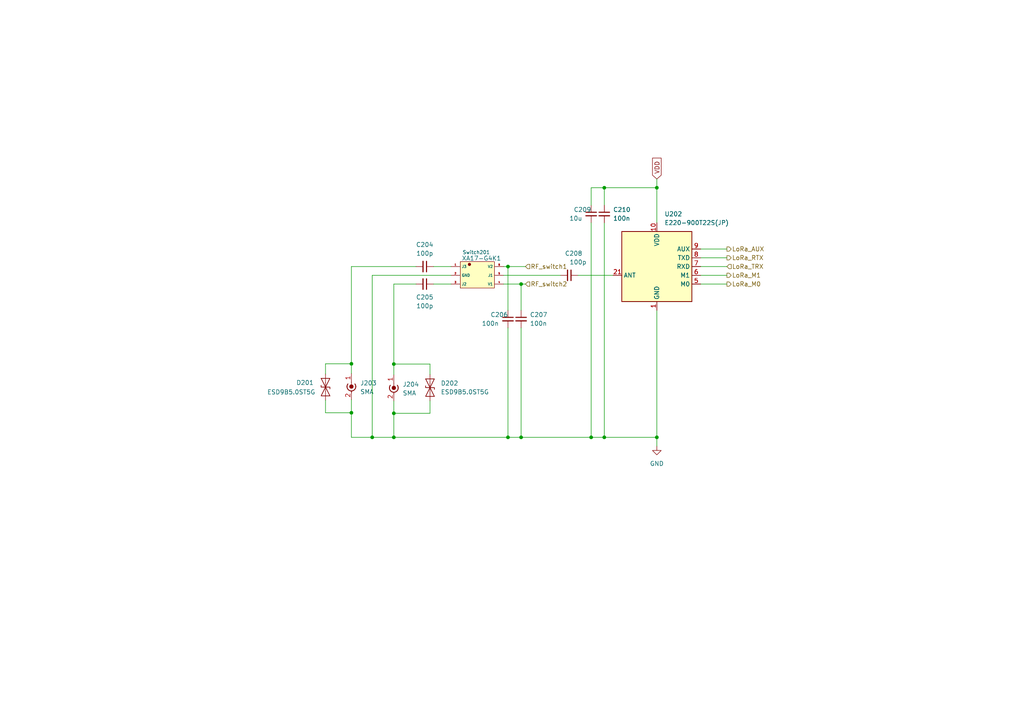
<source format=kicad_sch>
(kicad_sch (version 20231120) (generator "eeschema") (generator_version "8.0")
  (paper "A4")
  (lib_symbols
    (symbol "Connector:Conn_Coaxial_Power" (pin_names (offset 1.016) hide)
      (property "Reference" "J" (at -5.08 -1.27 90))
      (property "Value" "Conn_Coaxial_Power" (at -3.175 -1.27 90))
      (symbol "Conn_Coaxial_Power_0_1"
        (arc (start -1.27 -1.27) (mid 0 -2.5345) (end 1.27 -1.27) (stroke (width 0.254)))
        (arc (start -1.016 -0.508) (mid -1.2048 -0.8684) (end -1.27 -1.27) (stroke (width 0.254)))
        (circle (center 0 -1.27) (radius 0.508) (stroke (width 0.2032)) (fill (type outline)))
        (polyline (pts (xy 0 -2.54) (xy 0 -3.048)))
        (polyline (pts (xy 0 0) (xy 0 -1.27)))
        (arc (start 1.27 -1.27) (mid 1.2048 -0.8684) (end 1.016 -0.508) (stroke (width 0.254)))
      )
      (symbol "Conn_Coaxial_Power_1_1"
        (pin passive line (at 0 2.54 270) (length 2.54) (name "In") (number "1"))
        (pin passive line (at 0 -5.08 90) (length 2.54) (name "Ext") (number "2"))
      )
    )
    (symbol "Device:C_Small" (pin_numbers hide) (pin_names (offset 0.254) hide)
      (property "Reference" "C" (at 0.254 1.778 0))
      (property "Value" "C_Small" (at 0.254 -2.032 0))
      (symbol "C_Small_0_1"
        (polyline (pts (xy -1.524 -0.508) (xy 1.524 -0.508)) (stroke (width 0.3302)))
        (polyline (pts (xy -1.524 0.508) (xy 1.524 0.508)) (stroke (width 0.3048)))
      )
      (symbol "C_Small_1_1"
        (pin passive line (at 0 2.54 270) (length 2.032) (name "~") (number "1"))
        (pin passive line (at 0 -2.54 90) (length 2.032) (name "~") (number "2"))
      )
    )
    (symbol "Diode:ESD9B5.0ST5G" (pin_numbers hide) (pin_names (offset 1.016) hide)
      (property "Reference" "D" (at 0 2.54 0))
      (property "Value" "ESD9B5.0ST5G" (at 0 -2.54 0))
      (symbol "ESD9B5.0ST5G_0_1"
        (polyline (pts (xy 1.27 0) (xy -1.27 0)))
        (polyline (pts (xy -2.54 -1.27) (xy 0 0) (xy -2.54 1.27) (xy -2.54 -1.27)) (stroke (width 0.2032)))
        (polyline (pts (xy 0.508 1.27) (xy 0 1.27) (xy 0 -1.27) (xy -0.508 -1.27)) (stroke (width 0.2032)))
        (polyline (pts (xy 2.54 1.27) (xy 2.54 -1.27) (xy 0 0) (xy 2.54 1.27)) (stroke (width 0.2032)))
      )
      (symbol "ESD9B5.0ST5G_1_1"
        (pin passive line (at -3.81 0 0) (length 2.54) (name "A1") (number "1"))
        (pin passive line (at 3.81 0 180) (length 2.54) (name "A2") (number "2"))
      )
    )
    (symbol "RF_Module_additional:E220-900T22S(JP)"
      (property "Reference" "U" (at -8.89 11.43 0))
      (property "Value" "E220-900T22S(JP)" (at 11.43 11.43 0))
      (symbol "E220-900T22S(JP)_0_1"
        (rectangle (start -10.16 10.16) (end 10.16 -10.16) (stroke (width 0.254)) (fill (type background)))
      )
      (symbol "E220-900T22S(JP)_1_1"
        (pin power_in line (at 0 -12.7 90) (length 2.54) (name "GND") (number "1"))
        (pin power_in line (at 0 12.7 270) (length 2.54) (name "VDD") (number "10"))
        (pin passive line (at 0 -12.7 90) (length 2.54) hide (name "GND") (number "11"))
        (pin passive line (at 0 -12.7 90) (length 2.54) hide (name "GND") (number "13"))
        (pin passive line (at 0 -12.7 90) (length 2.54) hide (name "GND") (number "19"))
        (pin passive line (at 0 -12.7 90) (length 2.54) hide (name "GND") (number "2"))
        (pin passive line (at 0 -12.7 90) (length 2.54) hide (name "GND") (number "20"))
        (pin power_in line (at -12.7 -2.54 0) (length 2.54) (name "ANT") (number "21"))
        (pin passive line (at 0 -12.7 90) (length 2.54) hide (name "GND") (number "22"))
        (pin passive line (at 0 -12.7 90) (length 2.54) hide (name "GND") (number "3"))
        (pin passive line (at 0 -12.7 90) (length 2.54) hide (name "GND") (number "4"))
        (pin input line (at 12.7 -5.08 180) (length 2.54) (name "M0") (number "5"))
        (pin input line (at 12.7 -2.54 180) (length 2.54) (name "M1") (number "6"))
        (pin input line (at 12.7 0 180) (length 2.54) (name "RXD") (number "7"))
        (pin output line (at 12.7 2.54 180) (length 2.54) (name "TXD") (number "8"))
        (pin output line (at 12.7 5.08 180) (length 2.54) (name "AUX") (number "9"))
      )
    )
    (symbol "XA17-G4K:XA17-G4K"
      (property "Reference" "XA17-G4K" (at 2.921 5.08 0))
      (symbol "XA17-G4K_1_1"
        (rectangle (start -4.953 3.937) (end 4.953 -3.683) (fill (type background)))
        (circle (center -2.286 3.175) (radius 0.381) (fill (type outline)))
        (pin free line (at -7.62 2.54 0) (length 2.54) (name "J3") (number "1"))
        (pin free line (at -7.62 0 0) (length 2.54) (name "GND") (number "2"))
        (pin free line (at -7.62 -2.54 0) (length 2.54) (name "J2") (number "3"))
        (pin free line (at 7.62 -2.54 180) (length 2.54) (name "V1") (number "4"))
        (pin free line (at 7.62 0 180) (length 2.54) (name "J1") (number "5"))
        (pin free line (at 7.62 2.54 180) (length 2.54) (name "V2") (number "6"))
      )
    )
    (symbol "power:GND" (power) (pin_names (offset 0))
      (property "Value" "GND" (at 0 -3.81 0))
      (symbol "GND_0_1"
        (polyline (pts (xy 0 0) (xy 0 -1.27) (xy 1.27 -1.27) (xy 0 -2.54) (xy -1.27 -1.27) (xy 0 -1.27)))
      )
      (symbol "GND_1_1"
        (pin power_in line (at 0 0 270) (length 0) hide (name "GND") (number "1"))
      )
    )
  )
  (junction (at 151.1402 126.844))
  (junction (at 190.5102 126.844))
  (junction (at 190.5102 54.454))
  (junction (at 101.922 119.7198))
  (junction (at 175.2702 54.454))
  (junction (at 171.4602 126.844))
  (junction (at 151.1402 82.394))
  (junction (at 107.9602 126.844))
  (junction (at 114.2266 119.8717))
  (junction (at 175.2702 126.844))
  (junction (at 147.3302 77.314))
  (junction (at 114.2266 105.5922))
  (junction (at 147.3302 126.844))
  (junction (at 101.922 105.5162))
  (junction (at 114.2266 126.844))
  (wire (pts (xy 146.0602 82.394) (xy 151.1402 82.394)))
  (wire (pts (xy 101.922 126.844) (xy 107.9602 126.844)))
  (wire (pts (xy 101.922 77.314) (xy 101.922 105.5162)))
  (wire (pts (xy 130.8202 79.854) (xy 107.9602 79.854)))
  (wire (pts (xy 94.4119 116.0862) (xy 94.4119 119.7198)))
  (wire (pts (xy 147.3302 95.094) (xy 147.3302 126.844)))
  (wire (pts (xy 101.922 115.9322) (xy 101.922 119.7198)))
  (wire (pts (xy 94.4119 108.4662) (xy 94.4119 105.5162)))
  (wire (pts (xy 124.7178 119.8717) (xy 114.2266 119.8717)))
  (wire (pts (xy 171.4602 54.454) (xy 175.2702 54.454)))
  (wire (pts (xy 190.5102 51.914) (xy 190.5102 54.454)))
  (wire (pts (xy 175.2702 64.614) (xy 175.2702 126.844)))
  (wire (pts (xy 190.5102 90.014) (xy 190.5102 126.844)))
  (wire (pts (xy 175.2702 126.844) (xy 190.5102 126.844)))
  (wire (pts (xy 114.2266 126.844) (xy 147.3302 126.844)))
  (wire (pts (xy 151.1402 82.394) (xy 151.1402 90.014)))
  (wire (pts (xy 190.5102 126.844) (xy 190.5102 129.384)))
  (wire (pts (xy 203.2102 82.394) (xy 210.8302 82.394)))
  (wire (pts (xy 151.1402 95.094) (xy 151.1402 126.844)))
  (wire (pts (xy 210.8302 79.854) (xy 203.2102 79.854)))
  (wire (pts (xy 147.3302 77.314) (xy 147.3302 90.014)))
  (wire (pts (xy 107.9602 79.854) (xy 107.9602 126.844)))
  (wire (pts (xy 124.7178 105.5922) (xy 114.2266 105.5922)))
  (wire (pts (xy 94.4119 105.5162) (xy 101.922 105.5162)))
  (wire (pts (xy 114.2266 82.394) (xy 120.6602 82.394)))
  (wire (pts (xy 175.2702 54.454) (xy 175.2702 59.534)))
  (wire (pts (xy 203.2102 72.234) (xy 210.8302 72.234)))
  (wire (pts (xy 167.6502 79.854) (xy 177.8102 79.854)))
  (wire (pts (xy 190.5102 54.454) (xy 190.5102 64.614)))
  (wire (pts (xy 101.922 105.5162) (xy 101.922 108.3122)))
  (wire (pts (xy 114.2266 116.3119) (xy 114.2266 119.8717)))
  (wire (pts (xy 114.2266 119.8717) (xy 114.2266 126.844)))
  (wire (pts (xy 120.6602 77.314) (xy 101.922 77.314)))
  (wire (pts (xy 203.2102 77.314) (xy 210.8302 77.314)))
  (wire (pts (xy 124.7178 108.6181) (xy 124.7178 105.5922)))
  (wire (pts (xy 151.1402 82.394) (xy 152.4102 82.394)))
  (wire (pts (xy 171.4602 126.844) (xy 175.2702 126.844)))
  (wire (pts (xy 147.3302 77.314) (xy 152.4102 77.314)))
  (wire (pts (xy 114.2266 82.394) (xy 114.2266 105.5922)))
  (wire (pts (xy 101.922 119.7198) (xy 101.922 126.844)))
  (wire (pts (xy 175.2702 54.454) (xy 190.5102 54.454)))
  (wire (pts (xy 151.1402 126.844) (xy 171.4602 126.844)))
  (wire (pts (xy 124.7178 116.2381) (xy 124.7178 119.8717)))
  (wire (pts (xy 147.3302 126.844) (xy 151.1402 126.844)))
  (wire (pts (xy 94.4119 119.7198) (xy 101.922 119.7198)))
  (wire (pts (xy 210.8302 74.774) (xy 203.2102 74.774)))
  (wire (pts (xy 125.7402 82.394) (xy 130.8202 82.394)))
  (wire (pts (xy 171.4602 59.534) (xy 171.4602 54.454)))
  (wire (pts (xy 171.4602 64.614) (xy 171.4602 126.844)))
  (wire (pts (xy 114.2266 105.5922) (xy 114.2266 108.6919)))
  (wire (pts (xy 130.8202 77.314) (xy 125.7402 77.314)))
  (wire (pts (xy 146.0602 79.854) (xy 162.5702 79.854)))
  (wire (pts (xy 107.9602 126.844) (xy 114.2266 126.844)))
  (wire (pts (xy 146.0602 77.314) (xy 147.3302 77.314)))
  (global_label "VDD" (shape input) (at 190.5102 51.914 90) (property "Intersheetrefs" "${INTERSHEET_REFS}" (effects (hide yes))))
  (hierarchical_label "RF_switch2" (shape input) (at 152.4102 82.394 0))
  (hierarchical_label "LoRa_AUX" (shape output) (at 210.8302 72.234 0))
  (hierarchical_label "LoRa_RTX" (shape output) (at 210.8302 74.774 0))
  (hierarchical_label "LoRa_TRX" (shape input) (at 210.8302 77.314 0))
  (hierarchical_label "RF_switch1" (shape input) (at 152.4102 77.314 0))
  (hierarchical_label "LoRa_M0" (shape output) (at 210.8302 82.394 0))
  (hierarchical_label "LoRa_M1" (shape output) (at 210.8302 79.854 0))
  (symbol (lib_id "Device:C_Small") (at 171.4602 62.074 0) (unit 1)
    (property "Reference" "C209" (at 166.3802 60.804 0) (effects (justify left)))
    (property "Value" "10u" (at 165.1102 63.344 0) (effects (justify left)))
    (property "Footprint" "Capacitor_SMD:C_0603_1608Metric" (effects (hide yes)))
    (property "LCSC" "C96446" (effects (hide yes)))
  )
  (symbol (lib_id "Device:C_Small") (at 147.3302 92.554 0) (unit 1)
    (property "Reference" "C206" (at 142.2502 91.284 0) (effects (justify left)))
    (property "Value" "100n" (at 139.7102 93.824 0) (effects (justify left)))
    (property "Footprint" "Capacitor_SMD:C_0402_1005Metric" (effects (hide yes)))
    (property "LCSC" "C1525" (effects (hide yes)))
  )
  (symbol (lib_id "Device:C_Small") (at 123.2002 82.394 270) (unit 1)
    (property "Reference" "C205" (at 123.2002 86.204 90))
    (property "Value" "100p" (at 123.2002 88.744 90))
    (property "Footprint" "Capacitor_SMD:C_0603_1608Metric" (effects (hide yes)))
    (property "LCSC" " C14858" (effects (hide yes)))
  )
  (symbol (lib_id "Device:C_Small") (at 151.1402 92.554 0) (unit 1)
    (property "Reference" "C207" (at 153.6802 91.2903 0) (effects (justify left)))
    (property "Value" "100n" (at 153.6802 93.824 0) (effects (justify left)))
    (property "Footprint" "Capacitor_SMD:C_0402_1005Metric" (effects (hide yes)))
    (property "LCSC" "C1525" (effects (hide yes)))
  )
  (symbol (lib_id "XA17-G4K:XA17-G4K") (at 138.4402 79.854 0) (unit 1)
    (property "Reference" "Switch201" (at 138.1333 73.1818 0) (effects (font (size 1.016 1.016))))
    (property "Value" "XA17-G4K1" (at 139.6524 74.9288 0))
    (property "Footprint" "Package_TO_SOT_SMD:SOT-363_SC-70-6" (effects (hide yes)))
    (property "LCSC" "C513494" (effects (hide yes)))
  )
  (symbol (lib_id "Diode:ESD9B5.0ST5G") (at 94.4119 112.2762 90) (unit 1)
    (property "Reference" "D201" (at 85.905 110.985 90) (effects (justify right)))
    (property "Value" "ESD9B5.0ST5G" (at 77.474 113.7193 90) (effects (justify right)))
    (property "Footprint" "Diode_SMD:D_SOD-882" (effects (hide yes)))
    (property "Datasheet" "https://www.onsemi.com/pub/Collateral/ESD9B-D.PDF" (effects (hide yes)))
    (property "Description" "ESD protection diode, 5.0Vrwm, SOD-923" (effects (hide yes)))
    (property "LCSC" " C7420372" (effects (hide yes)))
  )
  (symbol (lib_id "Connector:Conn_Coaxial_Power") (at 101.922 110.8522 0) (unit 1)
    (property "Reference" "J203" (at 104.462 111.1062 0) (effects (justify left)))
    (property "Value" "SMA" (at 104.462 113.6462 0) (effects (justify left)))
    (property "Footprint" "WOBCLibrary:SMA_aki" (effects (hide yes)))
  )
  (symbol (lib_id "Diode:ESD9B5.0ST5G") (at 124.7178 112.4281 90) (unit 1)
    (property "Reference" "D202" (at 127.8245 111.158 90) (effects (justify right)))
    (property "Value" "ESD9B5.0ST5G" (at 127.8245 113.698 90) (effects (justify right)))
    (property "Footprint" "Diode_SMD:D_SOD-882" (effects (hide yes)))
    (property "Datasheet" "https://www.onsemi.com/pub/Collateral/ESD9B-D.PDF" (effects (hide yes)))
    (property "Description" "ESD protection diode, 5.0Vrwm, SOD-923" (effects (hide yes)))
    (property "LCSC" " C7420372" (effects (hide yes)))
  )
  (symbol (lib_id "Connector:Conn_Coaxial_Power") (at 114.2266 111.2319 0) (unit 1)
    (property "Reference" "J204" (at 116.7666 111.4859 0) (effects (justify left)))
    (property "Value" "SMA" (at 116.7666 114.0259 0) (effects (justify left)))
    (property "Footprint" "WOBCLibrary:SMA_aki" (effects (hide yes)))
  )
  (symbol (lib_id "Device:C_Small") (at 123.2002 77.314 270) (unit 1)
    (property "Reference" "C204" (at 123.1938 70.964 90))
    (property "Value" "100p" (at 123.1938 73.504 90))
    (property "Footprint" "Capacitor_SMD:C_0603_1608Metric" (effects (hide yes)))
    (property "LCSC" " C14858" (effects (hide yes)))
  )
  (symbol (lib_id "Device:C_Small") (at 165.1102 79.854 270) (unit 1)
    (property "Reference" "C208" (at 166.3802 73.504 90))
    (property "Value" "100p" (at 167.6502 76.044 90))
    (property "Footprint" "Capacitor_SMD:C_0603_1608Metric" (effects (hide yes)))
    (property "LCSC" " C14858" (effects (hide yes)))
  )
  (symbol (lib_id "RF_Module_additional:E220-900T22S(JP)") (at 190.5102 77.314 0) (unit 1)
    (property "Reference" "U202" (at 192.7043 62.074 0) (effects (justify left)))
    (property "Value" "E220-900T22S(JP)" (at 192.7043 64.614 0) (effects (justify left)))
    (property "Footprint" "WOBCLibrary:E220-900T22S(JP)" (effects (hide yes)))
    (property "Datasheet" "https://dragon-torch.tech/wp-content/uploads/2023/05/data_sheet_Rev1.4.pdf" (effects (hide yes)))
  )
  (symbol (lib_id "power:GND") (at 190.5102 129.384 0) (unit 1)
    (property "Reference" "#PWR0208" (effects (hide yes)))
    (property "Value" "GND" (at 190.5102 134.464 0))
  )
  (symbol (lib_id "Device:C_Small") (at 175.2702 62.074 0) (unit 1)
    (property "Reference" "C210" (at 177.8102 60.8103 0) (effects (justify left)))
    (property "Value" "100n" (at 177.8102 63.344 0) (effects (justify left)))
    (property "Footprint" "Capacitor_SMD:C_0402_1005Metric" (effects (hide yes)))
    (property "LCSC" "C1525" (effects (hide yes)))
  )
)
</source>
